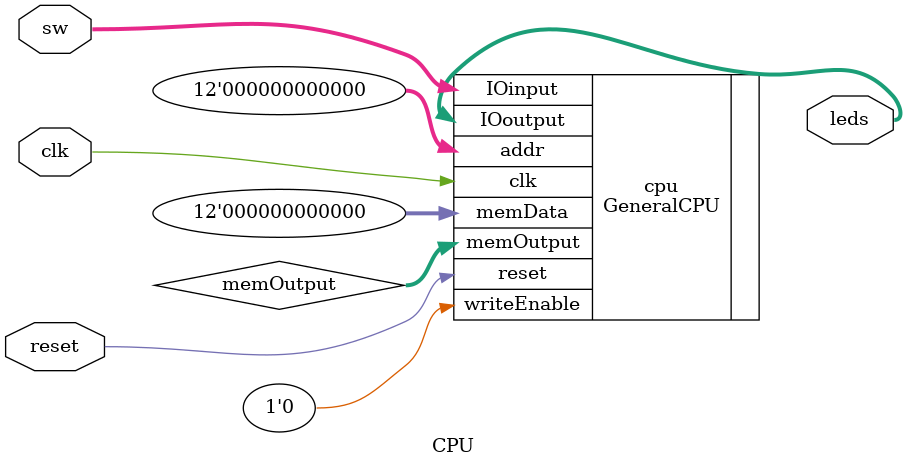
<source format=v>
module CPU #(parameter DATA_WIDTH=16, parameter ADDR_WIDTH=16) (
	input        clk,   //on-board 50MHz clock
	input        reset, //button KEY3
	input  [9:0] sw,    //switches SW9-SW0
	output [9:0] leds   //LEDs LEDR9-LEDR0
);

	wire [(ADDR_WIDTH-1):0] memOutput;

	// Instantiate modules
	GeneralCPU #(.ADDR_WIDTH(13)) cpu (
 	   .clk(clk), 
	   .reset(reset),
	   .memData(12'b0),
	   .addr(12'b0), 
	   .IOinput(sw), 
	   .writeEnable(1'b0), 
	   .memOutput(memOutput),
	   .IOoutput(leds) 
	);
	

endmodule 

</source>
